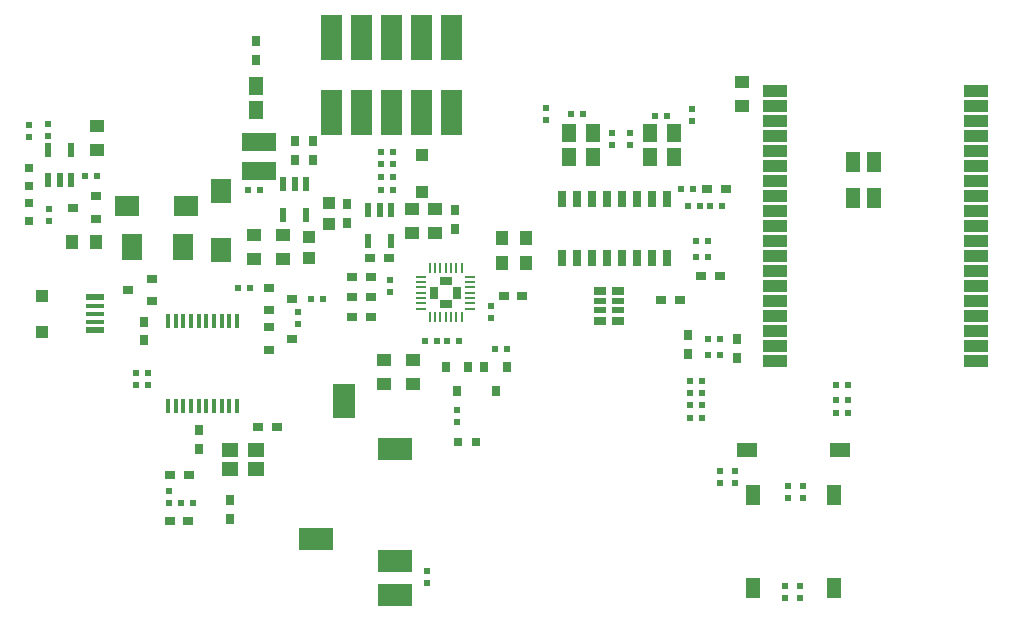
<source format=gbr>
G04 #@! TF.GenerationSoftware,KiCad,Pcbnew,5.1.0-unknown-223e24f~82~ubuntu18.04.1*
G04 #@! TF.CreationDate,2019-04-23T11:49:51+03:00*
G04 #@! TF.ProjectId,ESP32-ADF_Rev_B,45535033-322d-4414-9446-5f5265765f42,rev?*
G04 #@! TF.SameCoordinates,Original*
G04 #@! TF.FileFunction,Paste,Top*
G04 #@! TF.FilePolarity,Positive*
%FSLAX46Y46*%
G04 Gerber Fmt 4.6, Leading zero omitted, Abs format (unit mm)*
G04 Created by KiCad (PCBNEW 5.1.0-unknown-223e24f~82~ubuntu18.04.1) date 2019-04-23 11:49:51*
%MOMM*%
%LPD*%
G04 APERTURE LIST*
%ADD10R,0.800000X0.900000*%
%ADD11R,0.900000X0.800000*%
%ADD12R,1.270000X1.050000*%
%ADD13R,1.050000X1.270000*%
%ADD14R,0.700000X0.900000*%
%ADD15R,0.900000X0.700000*%
%ADD16R,0.500000X0.550000*%
%ADD17R,1.400000X1.200000*%
%ADD18R,1.050000X1.050000*%
%ADD19R,0.670000X1.450000*%
%ADD20R,1.016000X1.016000*%
%ADD21C,1.700000*%
%ADD22C,0.100000*%
%ADD23R,0.550000X0.500000*%
%ADD24R,1.200000X1.800000*%
%ADD25R,2.101600X1.001600*%
%ADD26R,1.778000X1.270000*%
%ADD27R,1.270000X1.778000*%
%ADD28R,1.270000X1.524000*%
%ADD29R,0.550000X1.200000*%
%ADD30R,2.898400X1.898400*%
%ADD31R,1.898400X2.898400*%
%ADD32R,0.800000X0.800000*%
%ADD33R,1.778000X2.286000*%
%ADD34R,2.000000X1.700000*%
%ADD35R,1.700000X2.000000*%
%ADD36R,3.000000X1.600000*%
%ADD37R,0.325000X1.270000*%
%ADD38R,1.020000X0.660000*%
%ADD39R,0.660000X1.020000*%
%ADD40R,0.910000X0.210000*%
%ADD41R,0.210000X0.910000*%
%ADD42R,1.650000X0.500000*%
%ADD43R,1.650000X0.325000*%
%ADD44R,1.000000X1.100000*%
%ADD45R,1.016000X0.508000*%
%ADD46R,1.016000X0.762000*%
G04 APERTURE END LIST*
D10*
X75400000Y-38200000D03*
X75400000Y-36600000D03*
X80233520Y-46654620D03*
X80233520Y-45054620D03*
X78709520Y-46667320D03*
X78709520Y-45067320D03*
X83100000Y-52000000D03*
X83100000Y-50400000D03*
D11*
X85100000Y-55000000D03*
X86700000Y-55000000D03*
X83600000Y-60006500D03*
X85200000Y-60006500D03*
X83600000Y-58306500D03*
X85200000Y-58306500D03*
D10*
X92250260Y-50894080D03*
X92250260Y-52494080D03*
D11*
X97995640Y-58150760D03*
X96395640Y-58150760D03*
X83591500Y-56562500D03*
X85191500Y-56562500D03*
D10*
X111993680Y-61468100D03*
X111993680Y-63068100D03*
D11*
X69734240Y-73342140D03*
X68134240Y-73342140D03*
D10*
X73197720Y-77088900D03*
X73197720Y-75488900D03*
D11*
X77177800Y-69245480D03*
X75577800Y-69245480D03*
D10*
X70573900Y-71163080D03*
X70573900Y-69563080D03*
X65976500Y-60350500D03*
X65976500Y-61950500D03*
X116200000Y-63461000D03*
X116200000Y-61861000D03*
D11*
X69715280Y-77238860D03*
X68115280Y-77238860D03*
X114730000Y-56496000D03*
X113130000Y-56496000D03*
X115211760Y-49110900D03*
X113611760Y-49110900D03*
X111353500Y-58547000D03*
X109753500Y-58547000D03*
D12*
X116583460Y-40083740D03*
X116583460Y-42115740D03*
D13*
X59884000Y-53600000D03*
X61916000Y-53600000D03*
D12*
X62000000Y-43784000D03*
X62000000Y-45816000D03*
X75300000Y-55016000D03*
X75300000Y-52984000D03*
X77700000Y-55016000D03*
X77700000Y-52984000D03*
X88623140Y-50807620D03*
X88623140Y-52839620D03*
X90563700Y-50825400D03*
X90563700Y-52857400D03*
X88700000Y-63584000D03*
X88700000Y-65616000D03*
X86300000Y-63584000D03*
X86300000Y-65616000D03*
D13*
X96277000Y-55353000D03*
X98309000Y-55353000D03*
X96277000Y-53250000D03*
X98309000Y-53250000D03*
D14*
X96677520Y-64204340D03*
X94777520Y-64204340D03*
X95727520Y-66204340D03*
D15*
X61900000Y-51650000D03*
X61900000Y-49750000D03*
X59900000Y-50700000D03*
X66600000Y-58650000D03*
X66600000Y-56750000D03*
X64600000Y-57700000D03*
D14*
X93421240Y-64204340D03*
X91521240Y-64204340D03*
X92471240Y-66204340D03*
D15*
X76500000Y-60850000D03*
X76500000Y-62750000D03*
X78500000Y-61800000D03*
X76507440Y-57499960D03*
X76507440Y-59399960D03*
X78507440Y-58449960D03*
D16*
X113835180Y-50586640D03*
X114851180Y-50586640D03*
X111996220Y-50599340D03*
X113012220Y-50599340D03*
D17*
X73212780Y-71239480D03*
X75412780Y-72839480D03*
X75412780Y-71239480D03*
X73212780Y-72839480D03*
D18*
X89451180Y-49347720D03*
X89451180Y-46247720D03*
D19*
X101325680Y-50001400D03*
X102595680Y-50001400D03*
X103865680Y-50001400D03*
X105135680Y-50001400D03*
X106405680Y-50001400D03*
X107675680Y-50001400D03*
X108945680Y-50001400D03*
X110215680Y-50001400D03*
X110215680Y-54951400D03*
X108945680Y-54951400D03*
X107675680Y-54951400D03*
X106405680Y-54951400D03*
X105135680Y-54951400D03*
X103865680Y-54951400D03*
X102595680Y-54951400D03*
X101325680Y-54951400D03*
D20*
X81600000Y-50322000D03*
X81600000Y-52100000D03*
X79900000Y-54989000D03*
X79900000Y-53211000D03*
D21*
X91986100Y-36283900D03*
D22*
G36*
X91136100Y-38188900D02*
G01*
X91136100Y-34378900D01*
X92836100Y-34378900D01*
X92836100Y-38188900D01*
X91136100Y-38188900D01*
X91136100Y-38188900D01*
G37*
D21*
X89446100Y-36283900D03*
D22*
G36*
X88596100Y-38188900D02*
G01*
X88596100Y-34378900D01*
X90296100Y-34378900D01*
X90296100Y-38188900D01*
X88596100Y-38188900D01*
X88596100Y-38188900D01*
G37*
D21*
X86906100Y-36283900D03*
D22*
G36*
X86056100Y-38188900D02*
G01*
X86056100Y-34378900D01*
X87756100Y-34378900D01*
X87756100Y-38188900D01*
X86056100Y-38188900D01*
X86056100Y-38188900D01*
G37*
D21*
X84366100Y-36283900D03*
D22*
G36*
X83516100Y-38188900D02*
G01*
X83516100Y-34378900D01*
X85216100Y-34378900D01*
X85216100Y-38188900D01*
X83516100Y-38188900D01*
X83516100Y-38188900D01*
G37*
D21*
X81826100Y-36283900D03*
D22*
G36*
X80976100Y-38188900D02*
G01*
X80976100Y-34378900D01*
X82676100Y-34378900D01*
X82676100Y-38188900D01*
X80976100Y-38188900D01*
X80976100Y-38188900D01*
G37*
D21*
X81826100Y-42633900D03*
D22*
G36*
X80976100Y-44538900D02*
G01*
X80976100Y-40728900D01*
X82676100Y-40728900D01*
X82676100Y-44538900D01*
X80976100Y-44538900D01*
X80976100Y-44538900D01*
G37*
D21*
X84366100Y-42633900D03*
D22*
G36*
X83516100Y-44538900D02*
G01*
X83516100Y-40728900D01*
X85216100Y-40728900D01*
X85216100Y-44538900D01*
X83516100Y-44538900D01*
X83516100Y-44538900D01*
G37*
D21*
X86906100Y-42633900D03*
D22*
G36*
X86056100Y-44538900D02*
G01*
X86056100Y-40728900D01*
X87756100Y-40728900D01*
X87756100Y-44538900D01*
X86056100Y-44538900D01*
X86056100Y-44538900D01*
G37*
D21*
X89446100Y-42633900D03*
D22*
G36*
X88596100Y-44538900D02*
G01*
X88596100Y-40728900D01*
X90296100Y-40728900D01*
X90296100Y-44538900D01*
X88596100Y-44538900D01*
X88596100Y-44538900D01*
G37*
D21*
X91986100Y-42633900D03*
D22*
G36*
X91136100Y-44538900D02*
G01*
X91136100Y-40728900D01*
X92836100Y-40728900D01*
X92836100Y-44538900D01*
X91136100Y-44538900D01*
X91136100Y-44538900D01*
G37*
D23*
X112306100Y-43329860D03*
X112306100Y-42313860D03*
X107091480Y-44378880D03*
X107091480Y-45394880D03*
D16*
X112672000Y-53530500D03*
X113688000Y-53530500D03*
D23*
X105610660Y-45405040D03*
X105610660Y-44389040D03*
X99966780Y-42291000D03*
X99966780Y-43307000D03*
X120500000Y-75258000D03*
X120500000Y-74242000D03*
X116000000Y-74008000D03*
X116000000Y-72992000D03*
D16*
X110236000Y-42926000D03*
X109220000Y-42926000D03*
X103124000Y-42799000D03*
X102108000Y-42799000D03*
X124561600Y-65725040D03*
X125577600Y-65725040D03*
X90754200Y-61958220D03*
X89738200Y-61958220D03*
X92659460Y-61954380D03*
X91643460Y-61954380D03*
D23*
X56200000Y-43727000D03*
X56200000Y-44743000D03*
X95300000Y-60008000D03*
X95300000Y-58992000D03*
D16*
X96680020Y-62669420D03*
X95664020Y-62669420D03*
D23*
X57800000Y-43592000D03*
X57800000Y-44608000D03*
X121500000Y-83758000D03*
X121500000Y-82742000D03*
X57900000Y-50792000D03*
X57900000Y-51808000D03*
X86800000Y-57808000D03*
X86800000Y-56792000D03*
D16*
X62008000Y-48000000D03*
X60992000Y-48000000D03*
X87044220Y-45954000D03*
X86028220Y-45954000D03*
X87040720Y-47037500D03*
X86024720Y-47037500D03*
X87040720Y-49196500D03*
X86024720Y-49196500D03*
X87044220Y-48117000D03*
X86028220Y-48117000D03*
X125547120Y-68099940D03*
X124531120Y-68099940D03*
D23*
X89900000Y-81492000D03*
X89900000Y-82508000D03*
D16*
X113692000Y-63150000D03*
X114708000Y-63150000D03*
D23*
X68034240Y-74734140D03*
X68034240Y-75750140D03*
D16*
X114708000Y-61850000D03*
X113692000Y-61850000D03*
X69082920Y-75745340D03*
X70098920Y-75745340D03*
X75758000Y-49250000D03*
X74742000Y-49250000D03*
X113676000Y-54845000D03*
X112660000Y-54845000D03*
X112438180Y-49088040D03*
X111422180Y-49088040D03*
D23*
X120250000Y-83758000D03*
X120250000Y-82742000D03*
D16*
X113179500Y-66413500D03*
X112163500Y-66413500D03*
X65283080Y-65714880D03*
X66299080Y-65714880D03*
X113179500Y-65413500D03*
X112163500Y-65413500D03*
X81079340Y-58442860D03*
X80063340Y-58442860D03*
X113179500Y-68513500D03*
X112163500Y-68513500D03*
X113179500Y-67413500D03*
X112163500Y-67413500D03*
X65303400Y-64701420D03*
X66319400Y-64701420D03*
D23*
X78986380Y-60563760D03*
X78986380Y-59547760D03*
D16*
X74942700Y-57513220D03*
X73926700Y-57513220D03*
D23*
X92489020Y-67800220D03*
X92489020Y-68816220D03*
X114750000Y-74008000D03*
X114750000Y-72992000D03*
X121750000Y-75250000D03*
X121750000Y-74234000D03*
D16*
X124526040Y-66984880D03*
X125542040Y-66984880D03*
D24*
X127768680Y-49864200D03*
X127768680Y-46864200D03*
X125968680Y-49864200D03*
D25*
X136368680Y-62444200D03*
X136368680Y-61174200D03*
X136368680Y-59904200D03*
X136368680Y-58634200D03*
X136368680Y-63714200D03*
X119368680Y-63714200D03*
X119368680Y-58634200D03*
X119368680Y-59904200D03*
X119368680Y-61174200D03*
X119368680Y-62444200D03*
D24*
X125968680Y-46864200D03*
D25*
X119368680Y-40854200D03*
X119368680Y-42124200D03*
X119368680Y-43394200D03*
X119368680Y-44664200D03*
X119368680Y-45934200D03*
X119368680Y-47204200D03*
X119368680Y-48474200D03*
X119368680Y-49744200D03*
X119368680Y-51014200D03*
X119368680Y-52284200D03*
X119368680Y-53554200D03*
X119368680Y-54824200D03*
X119368680Y-56094200D03*
X119368680Y-57364200D03*
X136368680Y-57364200D03*
X136368680Y-56094200D03*
X136368680Y-54824200D03*
X136368680Y-53554200D03*
X136368680Y-52284200D03*
X136368680Y-51014200D03*
X136368680Y-49744200D03*
X136368680Y-48474200D03*
X136368680Y-47204200D03*
X136368680Y-45934200D03*
X136368680Y-44664200D03*
X136368680Y-43394200D03*
X136368680Y-42124200D03*
X136368680Y-40854200D03*
D26*
X116963000Y-71199000D03*
X124837000Y-71199000D03*
D27*
X124405025Y-82876340D03*
X124405025Y-75002340D03*
X117500000Y-82891000D03*
X117500000Y-75017000D03*
D28*
X110833000Y-44377000D03*
X110833000Y-46409000D03*
X108801000Y-44377000D03*
X108801000Y-46409000D03*
X103959000Y-44377000D03*
X103959000Y-46409000D03*
X101927000Y-44377000D03*
X101927000Y-46409000D03*
X75400000Y-42400000D03*
X75400000Y-40368000D03*
D29*
X86850000Y-50900000D03*
X85900000Y-50900000D03*
X84950000Y-50900000D03*
X86850000Y-53500000D03*
X84950000Y-53500000D03*
X79650000Y-48700000D03*
X78700000Y-48700000D03*
X77750000Y-48700000D03*
X79650000Y-51300000D03*
X77750000Y-51300000D03*
X57850000Y-48400000D03*
X58800000Y-48400000D03*
X59750000Y-48400000D03*
X57850000Y-45800000D03*
X59750000Y-45800000D03*
D30*
X87200000Y-80600000D03*
D31*
X82900000Y-67100000D03*
D30*
X80500000Y-78800000D03*
X87200000Y-71100000D03*
X87200000Y-83500000D03*
D32*
X56200000Y-51862000D03*
X56200000Y-50338000D03*
X92527120Y-70563740D03*
X94051120Y-70563740D03*
D33*
X69277000Y-54000000D03*
X64923000Y-54000000D03*
D34*
X64500000Y-50600000D03*
X69500000Y-50600000D03*
D35*
X72500000Y-54300000D03*
X72500000Y-49300000D03*
D36*
X75727560Y-45165160D03*
X75727560Y-47565160D03*
D32*
X56200000Y-47338000D03*
X56200000Y-48862000D03*
D37*
X67975000Y-67519500D03*
X68625000Y-67519500D03*
X69275000Y-67519500D03*
X69925000Y-67519500D03*
X70575000Y-67519500D03*
X71225000Y-67519500D03*
X71875000Y-67519500D03*
X72525000Y-67519500D03*
X73175000Y-67519500D03*
X73825000Y-67519500D03*
X73825000Y-60280500D03*
X73175000Y-60280500D03*
X72525000Y-60280500D03*
X71875000Y-60280500D03*
X71225000Y-60280500D03*
X70575000Y-60280500D03*
X69925000Y-60280500D03*
X69275000Y-60280500D03*
X68625000Y-60280500D03*
X67975000Y-60280500D03*
D38*
X91500000Y-56909400D03*
D39*
X92490600Y-57900000D03*
D40*
X93583820Y-59250000D03*
X93583820Y-58800000D03*
X93583820Y-58350000D03*
X93583820Y-57900000D03*
X93583820Y-57450000D03*
X93583820Y-57000000D03*
X93583820Y-56550000D03*
D41*
X92850000Y-55816180D03*
X92400000Y-55816180D03*
X91950000Y-55816180D03*
X91500000Y-55816180D03*
X91050000Y-55816180D03*
X90600000Y-55816180D03*
X90150000Y-55816180D03*
D40*
X89416180Y-56550000D03*
X89416180Y-57000000D03*
X89416180Y-57450000D03*
X89416180Y-57900000D03*
X89416180Y-58350000D03*
X89416180Y-58800000D03*
X89416180Y-59250000D03*
D41*
X90150000Y-59983820D03*
X90600000Y-59983820D03*
X91050000Y-59983820D03*
X91500000Y-59983820D03*
X91950000Y-59983820D03*
X92400000Y-59983820D03*
X92850000Y-59983820D03*
D39*
X90509400Y-57900000D03*
D38*
X91500000Y-58890600D03*
D42*
X61824000Y-58312500D03*
D43*
X61824000Y-59050000D03*
X61824000Y-59700000D03*
X61824000Y-60350000D03*
D42*
X61824000Y-61087500D03*
D44*
X57274000Y-58200000D03*
X57274000Y-61200000D03*
D45*
X106067860Y-58610500D03*
X106067860Y-59372500D03*
X104543860Y-58610500D03*
X104543860Y-59372500D03*
D46*
X106067860Y-57721500D03*
X104543860Y-57721500D03*
X106067860Y-60261500D03*
X104543860Y-60261500D03*
M02*

</source>
